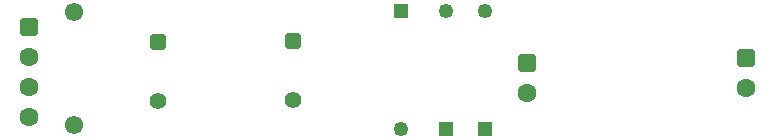
<source format=gbr>
%TF.GenerationSoftware,Altium Limited,Altium Designer,25.0.2 (28)*%
G04 Layer_Physical_Order=2*
G04 Layer_Color=16711680*
%FSLAX45Y45*%
%MOMM*%
%TF.SameCoordinates,A0A746A1-3CD2-44F8-AC9A-FD4DD348DB9E*%
%TF.FilePolarity,Positive*%
%TF.FileFunction,Copper,L2,Bot,Signal*%
%TF.Part,Single*%
G01*
G75*
%TA.AperFunction,TestPad*%
%ADD15C,1.40000*%
%TA.AperFunction,ComponentPad*%
G04:AMPARAMS|DCode=16|XSize=1.4mm|YSize=1.4mm|CornerRadius=0.35mm|HoleSize=0mm|Usage=FLASHONLY|Rotation=90.000|XOffset=0mm|YOffset=0mm|HoleType=Round|Shape=RoundedRectangle|*
%AMROUNDEDRECTD16*
21,1,1.40000,0.70000,0,0,90.0*
21,1,0.70000,1.40000,0,0,90.0*
1,1,0.70000,0.35000,0.35000*
1,1,0.70000,0.35000,-0.35000*
1,1,0.70000,-0.35000,-0.35000*
1,1,0.70000,-0.35000,0.35000*
%
%ADD16ROUNDEDRECTD16*%
%ADD17C,1.60000*%
G04:AMPARAMS|DCode=18|XSize=1.6mm|YSize=1.6mm|CornerRadius=0.4mm|HoleSize=0mm|Usage=FLASHONLY|Rotation=270.000|XOffset=0mm|YOffset=0mm|HoleType=Round|Shape=RoundedRectangle|*
%AMROUNDEDRECTD18*
21,1,1.60000,0.80000,0,0,270.0*
21,1,0.80000,1.60000,0,0,270.0*
1,1,0.80000,-0.40000,-0.40000*
1,1,0.80000,-0.40000,0.40000*
1,1,0.80000,0.40000,0.40000*
1,1,0.80000,0.40000,-0.40000*
%
%ADD18ROUNDEDRECTD18*%
%ADD19C,1.25000*%
%ADD20R,1.25000X1.25000*%
%ADD21C,1.40000*%
%ADD22C,1.55000*%
D15*
X8445500Y7213600D02*
D03*
D16*
Y7713599D02*
D03*
X7302500Y7704902D02*
D03*
D17*
X10426700Y7273000D02*
D03*
X12280900Y7315200D02*
D03*
X6210300Y7581900D02*
D03*
Y7327900D02*
D03*
Y7073900D02*
D03*
D18*
X10426700Y7527000D02*
D03*
X12280900Y7569200D02*
D03*
X6210300Y7835900D02*
D03*
D19*
X10071100Y7967598D02*
D03*
X9359900Y6967601D02*
D03*
X9740900Y7967599D02*
D03*
D20*
X10071100Y6967600D02*
D03*
X9359900Y7967599D02*
D03*
X9740900Y6967601D02*
D03*
D21*
X7302500Y7204898D02*
D03*
D22*
X6591300Y7957302D02*
D03*
Y7003298D02*
D03*
%TF.MD5,4cf93c46940a990457484919d7f6e28d*%
M02*

</source>
